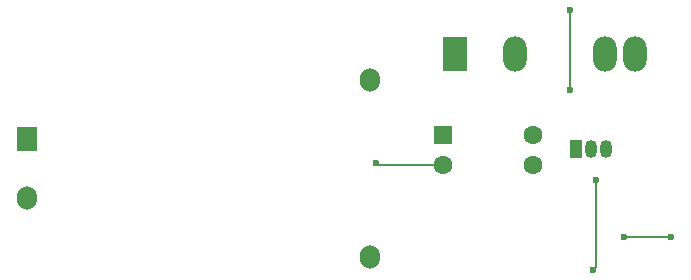
<source format=gbr>
%TF.GenerationSoftware,KiCad,Pcbnew,9.0.0*%
%TF.CreationDate,2025-04-29T10:42:49+05:30*%
%TF.ProjectId,Smart Water Heater Control,536d6172-7420-4576-9174-657220486561,rev?*%
%TF.SameCoordinates,Original*%
%TF.FileFunction,Copper,L2,Bot*%
%TF.FilePolarity,Positive*%
%FSLAX46Y46*%
G04 Gerber Fmt 4.6, Leading zero omitted, Abs format (unit mm)*
G04 Created by KiCad (PCBNEW 9.0.0) date 2025-04-29 10:42:49*
%MOMM*%
%LPD*%
G01*
G04 APERTURE LIST*
G04 Aperture macros list*
%AMRoundRect*
0 Rectangle with rounded corners*
0 $1 Rounding radius*
0 $2 $3 $4 $5 $6 $7 $8 $9 X,Y pos of 4 corners*
0 Add a 4 corners polygon primitive as box body*
4,1,4,$2,$3,$4,$5,$6,$7,$8,$9,$2,$3,0*
0 Add four circle primitives for the rounded corners*
1,1,$1+$1,$2,$3*
1,1,$1+$1,$4,$5*
1,1,$1+$1,$6,$7*
1,1,$1+$1,$8,$9*
0 Add four rect primitives between the rounded corners*
20,1,$1+$1,$2,$3,$4,$5,0*
20,1,$1+$1,$4,$5,$6,$7,0*
20,1,$1+$1,$6,$7,$8,$9,0*
20,1,$1+$1,$8,$9,$2,$3,0*%
G04 Aperture macros list end*
%TA.AperFunction,ComponentPad*%
%ADD10R,2.000000X3.000000*%
%TD*%
%TA.AperFunction,ComponentPad*%
%ADD11O,2.000000X3.000000*%
%TD*%
%TA.AperFunction,ComponentPad*%
%ADD12R,1.700000X2.000000*%
%TD*%
%TA.AperFunction,ComponentPad*%
%ADD13O,1.700000X2.000000*%
%TD*%
%TA.AperFunction,ComponentPad*%
%ADD14R,1.050000X1.500000*%
%TD*%
%TA.AperFunction,ComponentPad*%
%ADD15O,1.050000X1.500000*%
%TD*%
%TA.AperFunction,ComponentPad*%
%ADD16RoundRect,0.250000X-0.550000X-0.550000X0.550000X-0.550000X0.550000X0.550000X-0.550000X0.550000X0*%
%TD*%
%TA.AperFunction,ComponentPad*%
%ADD17C,1.600000*%
%TD*%
%TA.AperFunction,ViaPad*%
%ADD18C,0.600000*%
%TD*%
%TA.AperFunction,Conductor*%
%ADD19C,0.200000*%
%TD*%
G04 APERTURE END LIST*
D10*
%TO.P,U4,1*%
%TO.N,Net-(PS1-AC{slash}L)*%
X117865000Y-132760000D03*
D11*
%TO.P,U4,2*%
%TO.N,Net-(R2-Pad1)*%
X122945000Y-132760000D03*
%TO.P,U4,3*%
%TO.N,Net-(U3-USB_D-)*%
X130565000Y-132760000D03*
%TO.P,U4,4*%
%TO.N,Net-(U3-IO37)*%
X133105000Y-132760000D03*
%TD*%
D12*
%TO.P,PS1,1,AC/L*%
%TO.N,Net-(PS1-AC{slash}L)*%
X81620000Y-139895000D03*
D13*
%TO.P,PS1,2,AC/N*%
%TO.N,Net-(PS1-AC{slash}N)*%
X81620000Y-144895000D03*
%TO.P,PS1,3,-Vout*%
%TO.N,Net-(PS1--Vout)*%
X110700000Y-134895000D03*
%TO.P,PS1,4,+Vout*%
%TO.N,Net-(PS1-+Vout)*%
X110700000Y-149895000D03*
%TD*%
D14*
%TO.P,U1,1,GND*%
%TO.N,Net-(U1-GND)*%
X128105000Y-140790000D03*
D15*
%TO.P,U1,2,DQ*%
%TO.N,Net-(U1-DQ)*%
X129375000Y-140790000D03*
%TO.P,U1,3,V_{DD}*%
%TO.N,+3.3V*%
X130645000Y-140790000D03*
%TD*%
D16*
%TO.P,U2,1*%
%TO.N,Net-(R1-Pad1)*%
X116925000Y-139580000D03*
D17*
%TO.P,U2,2*%
%TO.N,Net-(PS1--Vout)*%
X116925000Y-142120000D03*
%TO.P,U2,3*%
%TO.N,unconnected-(U2-Pad3)*%
X124545000Y-142120000D03*
%TO.P,U2,4*%
%TO.N,unconnected-(U2-Pad4)*%
X124545000Y-139580000D03*
%TD*%
D18*
%TO.N,Net-(PS1--Vout)*%
X111200000Y-142000000D03*
%TO.N,Net-(PS1-AC{slash}N)*%
X132200000Y-148200000D03*
X136200000Y-148200000D03*
%TO.N,Net-(U1-GND)*%
X127600000Y-135800000D03*
X127600000Y-129000000D03*
%TO.N,Net-(U1-DQ)*%
X129800000Y-143400000D03*
X129600000Y-151000000D03*
%TD*%
D19*
%TO.N,Net-(PS1--Vout)*%
X111200000Y-142000000D02*
X111320000Y-142120000D01*
X111320000Y-142120000D02*
X116925000Y-142120000D01*
%TO.N,Net-(PS1-AC{slash}N)*%
X132200000Y-148200000D02*
X136200000Y-148200000D01*
%TO.N,Net-(U1-GND)*%
X127600000Y-129000000D02*
X127600000Y-135800000D01*
%TO.N,Net-(U1-DQ)*%
X129800000Y-150800000D02*
X129600000Y-151000000D01*
X129800000Y-143400000D02*
X129800000Y-150800000D01*
%TD*%
M02*

</source>
